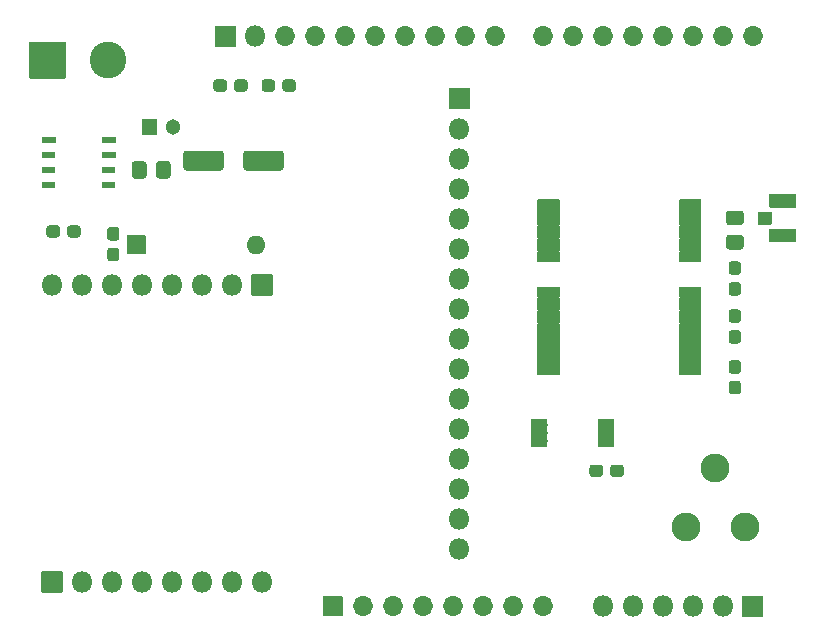
<source format=gbr>
G04 #@! TF.GenerationSoftware,KiCad,Pcbnew,(5.1.7)-1*
G04 #@! TF.CreationDate,2021-01-26T00:26:04+02:00*
G04 #@! TF.ProjectId,LORA,4c4f5241-2e6b-4696-9361-645f70636258,V 2.0*
G04 #@! TF.SameCoordinates,Original*
G04 #@! TF.FileFunction,Soldermask,Top*
G04 #@! TF.FilePolarity,Negative*
%FSLAX46Y46*%
G04 Gerber Fmt 4.6, Leading zero omitted, Abs format (unit mm)*
G04 Created by KiCad (PCBNEW (5.1.7)-1) date 2021-01-26 00:26:04*
%MOMM*%
%LPD*%
G01*
G04 APERTURE LIST*
%ADD10O,1.702000X1.702000*%
%ADD11O,1.802000X1.802000*%
%ADD12C,2.442000*%
%ADD13C,1.302000*%
%ADD14O,1.602000X1.602000*%
%ADD15C,3.102000*%
%ADD16C,0.100000*%
G04 APERTURE END LIST*
D10*
X173863000Y-66167000D03*
X176403000Y-66167000D03*
X136783000Y-66167000D03*
X176403000Y-114427000D03*
X139323000Y-66167000D03*
X173863000Y-114427000D03*
X141863000Y-66167000D03*
X171323000Y-114427000D03*
X144403000Y-66167000D03*
X168783000Y-114427000D03*
X146943000Y-66167000D03*
X166243000Y-114427000D03*
X149483000Y-66167000D03*
X163703000Y-114427000D03*
X152023000Y-66167000D03*
X158623000Y-114427000D03*
X154563000Y-66167000D03*
X156083000Y-114427000D03*
X158623000Y-66167000D03*
X153543000Y-114427000D03*
X161163000Y-66167000D03*
X151003000Y-114427000D03*
X163703000Y-66167000D03*
X148463000Y-114427000D03*
X166243000Y-66167000D03*
X145923000Y-114427000D03*
X168783000Y-66167000D03*
X143383000Y-114427000D03*
X171323000Y-66167000D03*
G36*
G01*
X140043000Y-113576000D02*
X141643000Y-113576000D01*
G75*
G02*
X141694000Y-113627000I0J-51000D01*
G01*
X141694000Y-115227000D01*
G75*
G02*
X141643000Y-115278000I-51000J0D01*
G01*
X140043000Y-115278000D01*
G75*
G02*
X139992000Y-115227000I0J51000D01*
G01*
X139992000Y-113627000D01*
G75*
G02*
X140043000Y-113576000I51000J0D01*
G01*
G37*
X134243000Y-66167000D03*
X131703000Y-66167000D03*
G36*
G01*
X116622200Y-82965400D02*
X116622200Y-82439400D01*
G75*
G02*
X116885200Y-82176400I263000J0D01*
G01*
X117511200Y-82176400D01*
G75*
G02*
X117774200Y-82439400I0J-263000D01*
G01*
X117774200Y-82965400D01*
G75*
G02*
X117511200Y-83228400I-263000J0D01*
G01*
X116885200Y-83228400D01*
G75*
G02*
X116622200Y-82965400I0J263000D01*
G01*
G37*
G36*
G01*
X118372200Y-82965400D02*
X118372200Y-82439400D01*
G75*
G02*
X118635200Y-82176400I263000J0D01*
G01*
X119261200Y-82176400D01*
G75*
G02*
X119524200Y-82439400I0J-263000D01*
G01*
X119524200Y-82965400D01*
G75*
G02*
X119261200Y-83228400I-263000J0D01*
G01*
X118635200Y-83228400D01*
G75*
G02*
X118372200Y-82965400I0J263000D01*
G01*
G37*
G36*
G01*
X160076400Y-94052200D02*
X160076400Y-94852200D01*
G75*
G02*
X160025400Y-94903200I-51000J0D01*
G01*
X158225400Y-94903200D01*
G75*
G02*
X158174400Y-94852200I0J51000D01*
G01*
X158174400Y-94052200D01*
G75*
G02*
X158225400Y-94001200I51000J0D01*
G01*
X160025400Y-94001200D01*
G75*
G02*
X160076400Y-94052200I0J-51000D01*
G01*
G37*
G36*
G01*
X160076400Y-92952200D02*
X160076400Y-93752200D01*
G75*
G02*
X160025400Y-93803200I-51000J0D01*
G01*
X158225400Y-93803200D01*
G75*
G02*
X158174400Y-93752200I0J51000D01*
G01*
X158174400Y-92952200D01*
G75*
G02*
X158225400Y-92901200I51000J0D01*
G01*
X160025400Y-92901200D01*
G75*
G02*
X160076400Y-92952200I0J-51000D01*
G01*
G37*
G36*
G01*
X160076400Y-91852200D02*
X160076400Y-92652200D01*
G75*
G02*
X160025400Y-92703200I-51000J0D01*
G01*
X158225400Y-92703200D01*
G75*
G02*
X158174400Y-92652200I0J51000D01*
G01*
X158174400Y-91852200D01*
G75*
G02*
X158225400Y-91801200I51000J0D01*
G01*
X160025400Y-91801200D01*
G75*
G02*
X160076400Y-91852200I0J-51000D01*
G01*
G37*
G36*
G01*
X160076400Y-90752200D02*
X160076400Y-91552200D01*
G75*
G02*
X160025400Y-91603200I-51000J0D01*
G01*
X158225400Y-91603200D01*
G75*
G02*
X158174400Y-91552200I0J51000D01*
G01*
X158174400Y-90752200D01*
G75*
G02*
X158225400Y-90701200I51000J0D01*
G01*
X160025400Y-90701200D01*
G75*
G02*
X160076400Y-90752200I0J-51000D01*
G01*
G37*
G36*
G01*
X160076400Y-89652200D02*
X160076400Y-90452200D01*
G75*
G02*
X160025400Y-90503200I-51000J0D01*
G01*
X158225400Y-90503200D01*
G75*
G02*
X158174400Y-90452200I0J51000D01*
G01*
X158174400Y-89652200D01*
G75*
G02*
X158225400Y-89601200I51000J0D01*
G01*
X160025400Y-89601200D01*
G75*
G02*
X160076400Y-89652200I0J-51000D01*
G01*
G37*
G36*
G01*
X160076400Y-88552200D02*
X160076400Y-89352200D01*
G75*
G02*
X160025400Y-89403200I-51000J0D01*
G01*
X158225400Y-89403200D01*
G75*
G02*
X158174400Y-89352200I0J51000D01*
G01*
X158174400Y-88552200D01*
G75*
G02*
X158225400Y-88501200I51000J0D01*
G01*
X160025400Y-88501200D01*
G75*
G02*
X160076400Y-88552200I0J-51000D01*
G01*
G37*
G36*
G01*
X160076400Y-87452200D02*
X160076400Y-88252200D01*
G75*
G02*
X160025400Y-88303200I-51000J0D01*
G01*
X158225400Y-88303200D01*
G75*
G02*
X158174400Y-88252200I0J51000D01*
G01*
X158174400Y-87452200D01*
G75*
G02*
X158225400Y-87401200I51000J0D01*
G01*
X160025400Y-87401200D01*
G75*
G02*
X160076400Y-87452200I0J-51000D01*
G01*
G37*
G36*
G01*
X160076400Y-84452200D02*
X160076400Y-85252200D01*
G75*
G02*
X160025400Y-85303200I-51000J0D01*
G01*
X158225400Y-85303200D01*
G75*
G02*
X158174400Y-85252200I0J51000D01*
G01*
X158174400Y-84452200D01*
G75*
G02*
X158225400Y-84401200I51000J0D01*
G01*
X160025400Y-84401200D01*
G75*
G02*
X160076400Y-84452200I0J-51000D01*
G01*
G37*
G36*
G01*
X160076400Y-83352200D02*
X160076400Y-84152200D01*
G75*
G02*
X160025400Y-84203200I-51000J0D01*
G01*
X158225400Y-84203200D01*
G75*
G02*
X158174400Y-84152200I0J51000D01*
G01*
X158174400Y-83352200D01*
G75*
G02*
X158225400Y-83301200I51000J0D01*
G01*
X160025400Y-83301200D01*
G75*
G02*
X160076400Y-83352200I0J-51000D01*
G01*
G37*
G36*
G01*
X160076400Y-82252200D02*
X160076400Y-83052200D01*
G75*
G02*
X160025400Y-83103200I-51000J0D01*
G01*
X158225400Y-83103200D01*
G75*
G02*
X158174400Y-83052200I0J51000D01*
G01*
X158174400Y-82252200D01*
G75*
G02*
X158225400Y-82201200I51000J0D01*
G01*
X160025400Y-82201200D01*
G75*
G02*
X160076400Y-82252200I0J-51000D01*
G01*
G37*
G36*
G01*
X160076400Y-81152200D02*
X160076400Y-81952200D01*
G75*
G02*
X160025400Y-82003200I-51000J0D01*
G01*
X158225400Y-82003200D01*
G75*
G02*
X158174400Y-81952200I0J51000D01*
G01*
X158174400Y-81152200D01*
G75*
G02*
X158225400Y-81101200I51000J0D01*
G01*
X160025400Y-81101200D01*
G75*
G02*
X160076400Y-81152200I0J-51000D01*
G01*
G37*
G36*
G01*
X160076400Y-80052200D02*
X160076400Y-80852200D01*
G75*
G02*
X160025400Y-80903200I-51000J0D01*
G01*
X158225400Y-80903200D01*
G75*
G02*
X158174400Y-80852200I0J51000D01*
G01*
X158174400Y-80052200D01*
G75*
G02*
X158225400Y-80001200I51000J0D01*
G01*
X160025400Y-80001200D01*
G75*
G02*
X160076400Y-80052200I0J-51000D01*
G01*
G37*
G36*
G01*
X172076400Y-80052200D02*
X172076400Y-80852200D01*
G75*
G02*
X172025400Y-80903200I-51000J0D01*
G01*
X170225400Y-80903200D01*
G75*
G02*
X170174400Y-80852200I0J51000D01*
G01*
X170174400Y-80052200D01*
G75*
G02*
X170225400Y-80001200I51000J0D01*
G01*
X172025400Y-80001200D01*
G75*
G02*
X172076400Y-80052200I0J-51000D01*
G01*
G37*
G36*
G01*
X172076400Y-81152200D02*
X172076400Y-81952200D01*
G75*
G02*
X172025400Y-82003200I-51000J0D01*
G01*
X170225400Y-82003200D01*
G75*
G02*
X170174400Y-81952200I0J51000D01*
G01*
X170174400Y-81152200D01*
G75*
G02*
X170225400Y-81101200I51000J0D01*
G01*
X172025400Y-81101200D01*
G75*
G02*
X172076400Y-81152200I0J-51000D01*
G01*
G37*
G36*
G01*
X172076400Y-82252200D02*
X172076400Y-83052200D01*
G75*
G02*
X172025400Y-83103200I-51000J0D01*
G01*
X170225400Y-83103200D01*
G75*
G02*
X170174400Y-83052200I0J51000D01*
G01*
X170174400Y-82252200D01*
G75*
G02*
X170225400Y-82201200I51000J0D01*
G01*
X172025400Y-82201200D01*
G75*
G02*
X172076400Y-82252200I0J-51000D01*
G01*
G37*
G36*
G01*
X172076400Y-83352200D02*
X172076400Y-84152200D01*
G75*
G02*
X172025400Y-84203200I-51000J0D01*
G01*
X170225400Y-84203200D01*
G75*
G02*
X170174400Y-84152200I0J51000D01*
G01*
X170174400Y-83352200D01*
G75*
G02*
X170225400Y-83301200I51000J0D01*
G01*
X172025400Y-83301200D01*
G75*
G02*
X172076400Y-83352200I0J-51000D01*
G01*
G37*
G36*
G01*
X172076400Y-84452200D02*
X172076400Y-85252200D01*
G75*
G02*
X172025400Y-85303200I-51000J0D01*
G01*
X170225400Y-85303200D01*
G75*
G02*
X170174400Y-85252200I0J51000D01*
G01*
X170174400Y-84452200D01*
G75*
G02*
X170225400Y-84401200I51000J0D01*
G01*
X172025400Y-84401200D01*
G75*
G02*
X172076400Y-84452200I0J-51000D01*
G01*
G37*
G36*
G01*
X172076400Y-87452200D02*
X172076400Y-88252200D01*
G75*
G02*
X172025400Y-88303200I-51000J0D01*
G01*
X170225400Y-88303200D01*
G75*
G02*
X170174400Y-88252200I0J51000D01*
G01*
X170174400Y-87452200D01*
G75*
G02*
X170225400Y-87401200I51000J0D01*
G01*
X172025400Y-87401200D01*
G75*
G02*
X172076400Y-87452200I0J-51000D01*
G01*
G37*
G36*
G01*
X172076400Y-88552200D02*
X172076400Y-89352200D01*
G75*
G02*
X172025400Y-89403200I-51000J0D01*
G01*
X170225400Y-89403200D01*
G75*
G02*
X170174400Y-89352200I0J51000D01*
G01*
X170174400Y-88552200D01*
G75*
G02*
X170225400Y-88501200I51000J0D01*
G01*
X172025400Y-88501200D01*
G75*
G02*
X172076400Y-88552200I0J-51000D01*
G01*
G37*
G36*
G01*
X172076400Y-89652200D02*
X172076400Y-90452200D01*
G75*
G02*
X172025400Y-90503200I-51000J0D01*
G01*
X170225400Y-90503200D01*
G75*
G02*
X170174400Y-90452200I0J51000D01*
G01*
X170174400Y-89652200D01*
G75*
G02*
X170225400Y-89601200I51000J0D01*
G01*
X172025400Y-89601200D01*
G75*
G02*
X172076400Y-89652200I0J-51000D01*
G01*
G37*
G36*
G01*
X172076400Y-90752200D02*
X172076400Y-91552200D01*
G75*
G02*
X172025400Y-91603200I-51000J0D01*
G01*
X170225400Y-91603200D01*
G75*
G02*
X170174400Y-91552200I0J51000D01*
G01*
X170174400Y-90752200D01*
G75*
G02*
X170225400Y-90701200I51000J0D01*
G01*
X172025400Y-90701200D01*
G75*
G02*
X172076400Y-90752200I0J-51000D01*
G01*
G37*
G36*
G01*
X172076400Y-91852200D02*
X172076400Y-92652200D01*
G75*
G02*
X172025400Y-92703200I-51000J0D01*
G01*
X170225400Y-92703200D01*
G75*
G02*
X170174400Y-92652200I0J51000D01*
G01*
X170174400Y-91852200D01*
G75*
G02*
X170225400Y-91801200I51000J0D01*
G01*
X172025400Y-91801200D01*
G75*
G02*
X172076400Y-91852200I0J-51000D01*
G01*
G37*
G36*
G01*
X172076400Y-92952200D02*
X172076400Y-93752200D01*
G75*
G02*
X172025400Y-93803200I-51000J0D01*
G01*
X170225400Y-93803200D01*
G75*
G02*
X170174400Y-93752200I0J51000D01*
G01*
X170174400Y-92952200D01*
G75*
G02*
X170225400Y-92901200I51000J0D01*
G01*
X172025400Y-92901200D01*
G75*
G02*
X172076400Y-92952200I0J-51000D01*
G01*
G37*
G36*
G01*
X172076400Y-94052200D02*
X172076400Y-94852200D01*
G75*
G02*
X172025400Y-94903200I-51000J0D01*
G01*
X170225400Y-94903200D01*
G75*
G02*
X170174400Y-94852200I0J51000D01*
G01*
X170174400Y-94052200D01*
G75*
G02*
X170225400Y-94001200I51000J0D01*
G01*
X172025400Y-94001200D01*
G75*
G02*
X172076400Y-94052200I0J-51000D01*
G01*
G37*
D11*
X134289800Y-66192400D03*
G36*
G01*
X132599800Y-67093400D02*
X130899800Y-67093400D01*
G75*
G02*
X130848800Y-67042400I0J51000D01*
G01*
X130848800Y-65342400D01*
G75*
G02*
X130899800Y-65291400I51000J0D01*
G01*
X132599800Y-65291400D01*
G75*
G02*
X132650800Y-65342400I0J-51000D01*
G01*
X132650800Y-67042400D01*
G75*
G02*
X132599800Y-67093400I-51000J0D01*
G01*
G37*
X163703000Y-114452400D03*
X166243000Y-114452400D03*
X168783000Y-114452400D03*
X171323000Y-114452400D03*
X173863000Y-114452400D03*
G36*
G01*
X175553000Y-113551400D02*
X177253000Y-113551400D01*
G75*
G02*
X177304000Y-113602400I0J-51000D01*
G01*
X177304000Y-115302400D01*
G75*
G02*
X177253000Y-115353400I-51000J0D01*
G01*
X175553000Y-115353400D01*
G75*
G02*
X175502000Y-115302400I0J51000D01*
G01*
X175502000Y-113602400D01*
G75*
G02*
X175553000Y-113551400I51000J0D01*
G01*
G37*
X151587200Y-109575600D03*
X151587200Y-107035600D03*
X151587200Y-104495600D03*
X151587200Y-101955600D03*
X151587200Y-99415600D03*
X151587200Y-96875600D03*
X151587200Y-94335600D03*
X151587200Y-91795600D03*
X151587200Y-89255600D03*
X151587200Y-86715600D03*
X151587200Y-84175600D03*
X151587200Y-81635600D03*
X151587200Y-79095600D03*
X151587200Y-76555600D03*
X151587200Y-74015600D03*
G36*
G01*
X150686200Y-72325600D02*
X150686200Y-70625600D01*
G75*
G02*
X150737200Y-70574600I51000J0D01*
G01*
X152437200Y-70574600D01*
G75*
G02*
X152488200Y-70625600I0J-51000D01*
G01*
X152488200Y-72325600D01*
G75*
G02*
X152437200Y-72376600I-51000J0D01*
G01*
X150737200Y-72376600D01*
G75*
G02*
X150686200Y-72325600I0J51000D01*
G01*
G37*
G36*
G01*
X159039000Y-100551200D02*
X159039000Y-100941200D01*
G75*
G02*
X158988000Y-100992200I-51000J0D01*
G01*
X157698000Y-100992200D01*
G75*
G02*
X157647000Y-100941200I0J51000D01*
G01*
X157647000Y-100551200D01*
G75*
G02*
X157698000Y-100500200I51000J0D01*
G01*
X158988000Y-100500200D01*
G75*
G02*
X159039000Y-100551200I0J-51000D01*
G01*
G37*
G36*
G01*
X159039000Y-99901200D02*
X159039000Y-100291200D01*
G75*
G02*
X158988000Y-100342200I-51000J0D01*
G01*
X157698000Y-100342200D01*
G75*
G02*
X157647000Y-100291200I0J51000D01*
G01*
X157647000Y-99901200D01*
G75*
G02*
X157698000Y-99850200I51000J0D01*
G01*
X158988000Y-99850200D01*
G75*
G02*
X159039000Y-99901200I0J-51000D01*
G01*
G37*
G36*
G01*
X159039000Y-99251200D02*
X159039000Y-99641200D01*
G75*
G02*
X158988000Y-99692200I-51000J0D01*
G01*
X157698000Y-99692200D01*
G75*
G02*
X157647000Y-99641200I0J51000D01*
G01*
X157647000Y-99251200D01*
G75*
G02*
X157698000Y-99200200I51000J0D01*
G01*
X158988000Y-99200200D01*
G75*
G02*
X159039000Y-99251200I0J-51000D01*
G01*
G37*
G36*
G01*
X159039000Y-98601200D02*
X159039000Y-98991200D01*
G75*
G02*
X158988000Y-99042200I-51000J0D01*
G01*
X157698000Y-99042200D01*
G75*
G02*
X157647000Y-98991200I0J51000D01*
G01*
X157647000Y-98601200D01*
G75*
G02*
X157698000Y-98550200I51000J0D01*
G01*
X158988000Y-98550200D01*
G75*
G02*
X159039000Y-98601200I0J-51000D01*
G01*
G37*
G36*
G01*
X164679000Y-98601200D02*
X164679000Y-98991200D01*
G75*
G02*
X164628000Y-99042200I-51000J0D01*
G01*
X163338000Y-99042200D01*
G75*
G02*
X163287000Y-98991200I0J51000D01*
G01*
X163287000Y-98601200D01*
G75*
G02*
X163338000Y-98550200I51000J0D01*
G01*
X164628000Y-98550200D01*
G75*
G02*
X164679000Y-98601200I0J-51000D01*
G01*
G37*
G36*
G01*
X164679000Y-99251200D02*
X164679000Y-99641200D01*
G75*
G02*
X164628000Y-99692200I-51000J0D01*
G01*
X163338000Y-99692200D01*
G75*
G02*
X163287000Y-99641200I0J51000D01*
G01*
X163287000Y-99251200D01*
G75*
G02*
X163338000Y-99200200I51000J0D01*
G01*
X164628000Y-99200200D01*
G75*
G02*
X164679000Y-99251200I0J-51000D01*
G01*
G37*
G36*
G01*
X164679000Y-99901200D02*
X164679000Y-100291200D01*
G75*
G02*
X164628000Y-100342200I-51000J0D01*
G01*
X163338000Y-100342200D01*
G75*
G02*
X163287000Y-100291200I0J51000D01*
G01*
X163287000Y-99901200D01*
G75*
G02*
X163338000Y-99850200I51000J0D01*
G01*
X164628000Y-99850200D01*
G75*
G02*
X164679000Y-99901200I0J-51000D01*
G01*
G37*
G36*
G01*
X164679000Y-100551200D02*
X164679000Y-100941200D01*
G75*
G02*
X164628000Y-100992200I-51000J0D01*
G01*
X163338000Y-100992200D01*
G75*
G02*
X163287000Y-100941200I0J51000D01*
G01*
X163287000Y-100551200D01*
G75*
G02*
X163338000Y-100500200I51000J0D01*
G01*
X164628000Y-100500200D01*
G75*
G02*
X164679000Y-100551200I0J-51000D01*
G01*
G37*
D12*
X170764200Y-107772200D03*
X173264200Y-102772200D03*
X175764200Y-107772200D03*
G36*
G01*
X131908000Y-70095000D02*
X131908000Y-70621000D01*
G75*
G02*
X131645000Y-70884000I-263000J0D01*
G01*
X131019000Y-70884000D01*
G75*
G02*
X130756000Y-70621000I0J263000D01*
G01*
X130756000Y-70095000D01*
G75*
G02*
X131019000Y-69832000I263000J0D01*
G01*
X131645000Y-69832000D01*
G75*
G02*
X131908000Y-70095000I0J-263000D01*
G01*
G37*
G36*
G01*
X133658000Y-70095000D02*
X133658000Y-70621000D01*
G75*
G02*
X133395000Y-70884000I-263000J0D01*
G01*
X132769000Y-70884000D01*
G75*
G02*
X132506000Y-70621000I0J263000D01*
G01*
X132506000Y-70095000D01*
G75*
G02*
X132769000Y-69832000I263000J0D01*
G01*
X133395000Y-69832000D01*
G75*
G02*
X133658000Y-70095000I0J-263000D01*
G01*
G37*
G36*
G01*
X136584000Y-70621000D02*
X136584000Y-70095000D01*
G75*
G02*
X136847000Y-69832000I263000J0D01*
G01*
X137473000Y-69832000D01*
G75*
G02*
X137736000Y-70095000I0J-263000D01*
G01*
X137736000Y-70621000D01*
G75*
G02*
X137473000Y-70884000I-263000J0D01*
G01*
X136847000Y-70884000D01*
G75*
G02*
X136584000Y-70621000I0J263000D01*
G01*
G37*
G36*
G01*
X134834000Y-70621000D02*
X134834000Y-70095000D01*
G75*
G02*
X135097000Y-69832000I263000J0D01*
G01*
X135723000Y-69832000D01*
G75*
G02*
X135986000Y-70095000I0J-263000D01*
G01*
X135986000Y-70621000D01*
G75*
G02*
X135723000Y-70884000I-263000J0D01*
G01*
X135097000Y-70884000D01*
G75*
G02*
X134834000Y-70621000I0J263000D01*
G01*
G37*
G36*
G01*
X175167400Y-94759200D02*
X174641400Y-94759200D01*
G75*
G02*
X174378400Y-94496200I0J263000D01*
G01*
X174378400Y-93870200D01*
G75*
G02*
X174641400Y-93607200I263000J0D01*
G01*
X175167400Y-93607200D01*
G75*
G02*
X175430400Y-93870200I0J-263000D01*
G01*
X175430400Y-94496200D01*
G75*
G02*
X175167400Y-94759200I-263000J0D01*
G01*
G37*
G36*
G01*
X175167400Y-96509200D02*
X174641400Y-96509200D01*
G75*
G02*
X174378400Y-96246200I0J263000D01*
G01*
X174378400Y-95620200D01*
G75*
G02*
X174641400Y-95357200I263000J0D01*
G01*
X175167400Y-95357200D01*
G75*
G02*
X175430400Y-95620200I0J-263000D01*
G01*
X175430400Y-96246200D01*
G75*
G02*
X175167400Y-96509200I-263000J0D01*
G01*
G37*
G36*
G01*
X164346200Y-103234600D02*
X164346200Y-102708600D01*
G75*
G02*
X164609200Y-102445600I263000J0D01*
G01*
X165235200Y-102445600D01*
G75*
G02*
X165498200Y-102708600I0J-263000D01*
G01*
X165498200Y-103234600D01*
G75*
G02*
X165235200Y-103497600I-263000J0D01*
G01*
X164609200Y-103497600D01*
G75*
G02*
X164346200Y-103234600I0J263000D01*
G01*
G37*
G36*
G01*
X162596200Y-103234600D02*
X162596200Y-102708600D01*
G75*
G02*
X162859200Y-102445600I263000J0D01*
G01*
X163485200Y-102445600D01*
G75*
G02*
X163748200Y-102708600I0J-263000D01*
G01*
X163748200Y-103234600D01*
G75*
G02*
X163485200Y-103497600I-263000J0D01*
G01*
X162859200Y-103497600D01*
G75*
G02*
X162596200Y-103234600I0J263000D01*
G01*
G37*
G36*
G01*
X177818400Y-80634800D02*
X177818400Y-79584800D01*
G75*
G02*
X177869400Y-79533800I51000J0D01*
G01*
X180069400Y-79533800D01*
G75*
G02*
X180120400Y-79584800I0J-51000D01*
G01*
X180120400Y-80634800D01*
G75*
G02*
X180069400Y-80685800I-51000J0D01*
G01*
X177869400Y-80685800D01*
G75*
G02*
X177818400Y-80634800I0J51000D01*
G01*
G37*
G36*
G01*
X176868400Y-82084800D02*
X176868400Y-81084800D01*
G75*
G02*
X176919400Y-81033800I51000J0D01*
G01*
X177969400Y-81033800D01*
G75*
G02*
X178020400Y-81084800I0J-51000D01*
G01*
X178020400Y-82084800D01*
G75*
G02*
X177969400Y-82135800I-51000J0D01*
G01*
X176919400Y-82135800D01*
G75*
G02*
X176868400Y-82084800I0J51000D01*
G01*
G37*
G36*
G01*
X177818400Y-83584800D02*
X177818400Y-82534800D01*
G75*
G02*
X177869400Y-82483800I51000J0D01*
G01*
X180069400Y-82483800D01*
G75*
G02*
X180120400Y-82534800I0J-51000D01*
G01*
X180120400Y-83584800D01*
G75*
G02*
X180069400Y-83635800I-51000J0D01*
G01*
X177869400Y-83635800D01*
G75*
G02*
X177818400Y-83584800I0J51000D01*
G01*
G37*
G36*
G01*
X175167400Y-90455200D02*
X174641400Y-90455200D01*
G75*
G02*
X174378400Y-90192200I0J263000D01*
G01*
X174378400Y-89566200D01*
G75*
G02*
X174641400Y-89303200I263000J0D01*
G01*
X175167400Y-89303200D01*
G75*
G02*
X175430400Y-89566200I0J-263000D01*
G01*
X175430400Y-90192200D01*
G75*
G02*
X175167400Y-90455200I-263000J0D01*
G01*
G37*
G36*
G01*
X175167400Y-92205200D02*
X174641400Y-92205200D01*
G75*
G02*
X174378400Y-91942200I0J263000D01*
G01*
X174378400Y-91316200D01*
G75*
G02*
X174641400Y-91053200I263000J0D01*
G01*
X175167400Y-91053200D01*
G75*
G02*
X175430400Y-91316200I0J-263000D01*
G01*
X175430400Y-91942200D01*
G75*
G02*
X175167400Y-92205200I-263000J0D01*
G01*
G37*
G36*
G01*
X175167400Y-86391200D02*
X174641400Y-86391200D01*
G75*
G02*
X174378400Y-86128200I0J263000D01*
G01*
X174378400Y-85502200D01*
G75*
G02*
X174641400Y-85239200I263000J0D01*
G01*
X175167400Y-85239200D01*
G75*
G02*
X175430400Y-85502200I0J-263000D01*
G01*
X175430400Y-86128200D01*
G75*
G02*
X175167400Y-86391200I-263000J0D01*
G01*
G37*
G36*
G01*
X175167400Y-88141200D02*
X174641400Y-88141200D01*
G75*
G02*
X174378400Y-87878200I0J263000D01*
G01*
X174378400Y-87252200D01*
G75*
G02*
X174641400Y-86989200I263000J0D01*
G01*
X175167400Y-86989200D01*
G75*
G02*
X175430400Y-87252200I0J-263000D01*
G01*
X175430400Y-87878200D01*
G75*
G02*
X175167400Y-88141200I-263000J0D01*
G01*
G37*
G36*
G01*
X122538600Y-83484200D02*
X122012600Y-83484200D01*
G75*
G02*
X121749600Y-83221200I0J263000D01*
G01*
X121749600Y-82595200D01*
G75*
G02*
X122012600Y-82332200I263000J0D01*
G01*
X122538600Y-82332200D01*
G75*
G02*
X122801600Y-82595200I0J-263000D01*
G01*
X122801600Y-83221200D01*
G75*
G02*
X122538600Y-83484200I-263000J0D01*
G01*
G37*
G36*
G01*
X122538600Y-85234200D02*
X122012600Y-85234200D01*
G75*
G02*
X121749600Y-84971200I0J263000D01*
G01*
X121749600Y-84345200D01*
G75*
G02*
X122012600Y-84082200I263000J0D01*
G01*
X122538600Y-84082200D01*
G75*
G02*
X122801600Y-84345200I0J-263000D01*
G01*
X122801600Y-84971200D01*
G75*
G02*
X122538600Y-85234200I-263000J0D01*
G01*
G37*
G36*
G01*
X174425572Y-82983400D02*
X175383228Y-82983400D01*
G75*
G02*
X175655400Y-83255572I0J-272172D01*
G01*
X175655400Y-83963228D01*
G75*
G02*
X175383228Y-84235400I-272172J0D01*
G01*
X174425572Y-84235400D01*
G75*
G02*
X174153400Y-83963228I0J272172D01*
G01*
X174153400Y-83255572D01*
G75*
G02*
X174425572Y-82983400I272172J0D01*
G01*
G37*
G36*
G01*
X174425572Y-80933400D02*
X175383228Y-80933400D01*
G75*
G02*
X175655400Y-81205572I0J-272172D01*
G01*
X175655400Y-81913228D01*
G75*
G02*
X175383228Y-82185400I-272172J0D01*
G01*
X174425572Y-82185400D01*
G75*
G02*
X174153400Y-81913228I0J272172D01*
G01*
X174153400Y-81205572D01*
G75*
G02*
X174425572Y-80933400I272172J0D01*
G01*
G37*
D11*
X134874000Y-112395000D03*
X132334000Y-112395000D03*
X129794000Y-112395000D03*
X127254000Y-112395000D03*
X124714000Y-112395000D03*
X122174000Y-112395000D03*
X119634000Y-112395000D03*
G36*
G01*
X117944000Y-113296000D02*
X116244000Y-113296000D01*
G75*
G02*
X116193000Y-113245000I0J51000D01*
G01*
X116193000Y-111545000D01*
G75*
G02*
X116244000Y-111494000I51000J0D01*
G01*
X117944000Y-111494000D01*
G75*
G02*
X117995000Y-111545000I0J-51000D01*
G01*
X117995000Y-113245000D01*
G75*
G02*
X117944000Y-113296000I-51000J0D01*
G01*
G37*
X117094000Y-87249000D03*
X119634000Y-87249000D03*
X122174000Y-87249000D03*
X124714000Y-87249000D03*
X127254000Y-87249000D03*
X129794000Y-87249000D03*
X132334000Y-87249000D03*
G36*
G01*
X134024000Y-86348000D02*
X135724000Y-86348000D01*
G75*
G02*
X135775000Y-86399000I0J-51000D01*
G01*
X135775000Y-88099000D01*
G75*
G02*
X135724000Y-88150000I-51000J0D01*
G01*
X134024000Y-88150000D01*
G75*
G02*
X133973000Y-88099000I0J51000D01*
G01*
X133973000Y-86399000D01*
G75*
G02*
X134024000Y-86348000I51000J0D01*
G01*
G37*
G36*
G01*
X124679200Y-74463201D02*
X124679200Y-73263199D01*
G75*
G02*
X124730199Y-73212200I50999J0D01*
G01*
X125930201Y-73212200D01*
G75*
G02*
X125981200Y-73263199I0J-50999D01*
G01*
X125981200Y-74463201D01*
G75*
G02*
X125930201Y-74514200I-50999J0D01*
G01*
X124730199Y-74514200D01*
G75*
G02*
X124679200Y-74463201I0J50999D01*
G01*
G37*
D13*
X127330200Y-73863200D03*
G36*
G01*
X128207500Y-77293063D02*
X128207500Y-76122937D01*
G75*
G02*
X128473437Y-75857000I265937J0D01*
G01*
X131368563Y-75857000D01*
G75*
G02*
X131634500Y-76122937I0J-265937D01*
G01*
X131634500Y-77293063D01*
G75*
G02*
X131368563Y-77559000I-265937J0D01*
G01*
X128473437Y-77559000D01*
G75*
G02*
X128207500Y-77293063I0J265937D01*
G01*
G37*
G36*
G01*
X133282500Y-77293063D02*
X133282500Y-76122937D01*
G75*
G02*
X133548437Y-75857000I265937J0D01*
G01*
X136443563Y-75857000D01*
G75*
G02*
X136709500Y-76122937I0J-265937D01*
G01*
X136709500Y-77293063D01*
G75*
G02*
X136443563Y-77559000I-265937J0D01*
G01*
X133548437Y-77559000D01*
G75*
G02*
X133282500Y-77293063I0J265937D01*
G01*
G37*
G36*
G01*
X123430400Y-84595400D02*
X123430400Y-83095400D01*
G75*
G02*
X123481400Y-83044400I51000J0D01*
G01*
X124981400Y-83044400D01*
G75*
G02*
X125032400Y-83095400I0J-51000D01*
G01*
X125032400Y-84595400D01*
G75*
G02*
X124981400Y-84646400I-51000J0D01*
G01*
X123481400Y-84646400D01*
G75*
G02*
X123430400Y-84595400I0J51000D01*
G01*
G37*
D14*
X134391400Y-83845400D03*
G36*
G01*
X115162000Y-69724400D02*
X115162000Y-66724400D01*
G75*
G02*
X115213000Y-66673400I51000J0D01*
G01*
X118213000Y-66673400D01*
G75*
G02*
X118264000Y-66724400I0J-51000D01*
G01*
X118264000Y-69724400D01*
G75*
G02*
X118213000Y-69775400I-51000J0D01*
G01*
X115213000Y-69775400D01*
G75*
G02*
X115162000Y-69724400I0J51000D01*
G01*
G37*
D15*
X121793000Y-68224400D03*
G36*
G01*
X123841400Y-77974228D02*
X123841400Y-77016572D01*
G75*
G02*
X124113572Y-76744400I272172J0D01*
G01*
X124821228Y-76744400D01*
G75*
G02*
X125093400Y-77016572I0J-272172D01*
G01*
X125093400Y-77974228D01*
G75*
G02*
X124821228Y-78246400I-272172J0D01*
G01*
X124113572Y-78246400D01*
G75*
G02*
X123841400Y-77974228I0J272172D01*
G01*
G37*
G36*
G01*
X125891400Y-77974228D02*
X125891400Y-77016572D01*
G75*
G02*
X126163572Y-76744400I272172J0D01*
G01*
X126871228Y-76744400D01*
G75*
G02*
X127143400Y-77016572I0J-272172D01*
G01*
X127143400Y-77974228D01*
G75*
G02*
X126871228Y-78246400I-272172J0D01*
G01*
X126163572Y-78246400D01*
G75*
G02*
X125891400Y-77974228I0J272172D01*
G01*
G37*
D16*
G36*
X122451300Y-78514400D02*
G01*
X122451300Y-79026400D01*
X121324300Y-79026400D01*
X121324300Y-78514400D01*
X122451300Y-78514400D01*
G37*
G36*
X122451300Y-77244400D02*
G01*
X122451300Y-77756400D01*
X121324300Y-77756400D01*
X121324300Y-77244400D01*
X122451300Y-77244400D01*
G37*
G36*
X122471300Y-75974400D02*
G01*
X122471300Y-76486400D01*
X121344300Y-76486400D01*
X121344300Y-75974400D01*
X122471300Y-75974400D01*
G37*
G36*
X122471300Y-74704400D02*
G01*
X122471300Y-75216400D01*
X121344300Y-75216400D01*
X121344300Y-74704400D01*
X122471300Y-74704400D01*
G37*
G36*
X117381300Y-78514400D02*
G01*
X117381300Y-79026400D01*
X116254300Y-79026400D01*
X116254300Y-78514400D01*
X117381300Y-78514400D01*
G37*
G36*
X117381300Y-77244400D02*
G01*
X117381300Y-77756400D01*
X116254300Y-77756400D01*
X116254300Y-77244400D01*
X117381300Y-77244400D01*
G37*
G36*
X117381300Y-75974400D02*
G01*
X117381300Y-76486400D01*
X116254300Y-76486400D01*
X116254300Y-75974400D01*
X117381300Y-75974400D01*
G37*
G36*
X117391300Y-74704400D02*
G01*
X117391300Y-75216400D01*
X116264300Y-75216400D01*
X116264300Y-74704400D01*
X117391300Y-74704400D01*
G37*
G36*
X164680732Y-100341200D02*
G01*
X164681000Y-100342200D01*
X164681000Y-100500200D01*
X164680000Y-100501932D01*
X164679000Y-100502200D01*
X163287000Y-100502200D01*
X163285268Y-100501200D01*
X163285000Y-100500200D01*
X163285000Y-100342200D01*
X163286000Y-100340468D01*
X163287000Y-100340200D01*
X164679000Y-100340200D01*
X164680732Y-100341200D01*
G37*
G36*
X159040732Y-100341200D02*
G01*
X159041000Y-100342200D01*
X159041000Y-100500200D01*
X159040000Y-100501932D01*
X159039000Y-100502200D01*
X157647000Y-100502200D01*
X157645268Y-100501200D01*
X157645000Y-100500200D01*
X157645000Y-100342200D01*
X157646000Y-100340468D01*
X157647000Y-100340200D01*
X159039000Y-100340200D01*
X159040732Y-100341200D01*
G37*
G36*
X159040732Y-99691200D02*
G01*
X159041000Y-99692200D01*
X159041000Y-99850200D01*
X159040000Y-99851932D01*
X159039000Y-99852200D01*
X157647000Y-99852200D01*
X157645268Y-99851200D01*
X157645000Y-99850200D01*
X157645000Y-99692200D01*
X157646000Y-99690468D01*
X157647000Y-99690200D01*
X159039000Y-99690200D01*
X159040732Y-99691200D01*
G37*
G36*
X164680732Y-99691200D02*
G01*
X164681000Y-99692200D01*
X164681000Y-99850200D01*
X164680000Y-99851932D01*
X164679000Y-99852200D01*
X163287000Y-99852200D01*
X163285268Y-99851200D01*
X163285000Y-99850200D01*
X163285000Y-99692200D01*
X163286000Y-99690468D01*
X163287000Y-99690200D01*
X164679000Y-99690200D01*
X164680732Y-99691200D01*
G37*
G36*
X159040732Y-99041200D02*
G01*
X159041000Y-99042200D01*
X159041000Y-99200200D01*
X159040000Y-99201932D01*
X159039000Y-99202200D01*
X157647000Y-99202200D01*
X157645268Y-99201200D01*
X157645000Y-99200200D01*
X157645000Y-99042200D01*
X157646000Y-99040468D01*
X157647000Y-99040200D01*
X159039000Y-99040200D01*
X159040732Y-99041200D01*
G37*
G36*
X164680732Y-99041200D02*
G01*
X164681000Y-99042200D01*
X164681000Y-99200200D01*
X164680000Y-99201932D01*
X164679000Y-99202200D01*
X163287000Y-99202200D01*
X163285268Y-99201200D01*
X163285000Y-99200200D01*
X163285000Y-99042200D01*
X163286000Y-99040468D01*
X163287000Y-99040200D01*
X164679000Y-99040200D01*
X164680732Y-99041200D01*
G37*
G36*
X160078132Y-93802200D02*
G01*
X160078400Y-93803200D01*
X160078400Y-94001200D01*
X160077400Y-94002932D01*
X160076400Y-94003200D01*
X158174400Y-94003200D01*
X158172668Y-94002200D01*
X158172400Y-94001200D01*
X158172400Y-93803200D01*
X158173400Y-93801468D01*
X158174400Y-93801200D01*
X160076400Y-93801200D01*
X160078132Y-93802200D01*
G37*
G36*
X172078132Y-93802200D02*
G01*
X172078400Y-93803200D01*
X172078400Y-94001200D01*
X172077400Y-94002932D01*
X172076400Y-94003200D01*
X170174400Y-94003200D01*
X170172668Y-94002200D01*
X170172400Y-94001200D01*
X170172400Y-93803200D01*
X170173400Y-93801468D01*
X170174400Y-93801200D01*
X172076400Y-93801200D01*
X172078132Y-93802200D01*
G37*
G36*
X160078132Y-92702200D02*
G01*
X160078400Y-92703200D01*
X160078400Y-92901200D01*
X160077400Y-92902932D01*
X160076400Y-92903200D01*
X158174400Y-92903200D01*
X158172668Y-92902200D01*
X158172400Y-92901200D01*
X158172400Y-92703200D01*
X158173400Y-92701468D01*
X158174400Y-92701200D01*
X160076400Y-92701200D01*
X160078132Y-92702200D01*
G37*
G36*
X172078132Y-92702200D02*
G01*
X172078400Y-92703200D01*
X172078400Y-92901200D01*
X172077400Y-92902932D01*
X172076400Y-92903200D01*
X170174400Y-92903200D01*
X170172668Y-92902200D01*
X170172400Y-92901200D01*
X170172400Y-92703200D01*
X170173400Y-92701468D01*
X170174400Y-92701200D01*
X172076400Y-92701200D01*
X172078132Y-92702200D01*
G37*
G36*
X160078132Y-91602200D02*
G01*
X160078400Y-91603200D01*
X160078400Y-91801200D01*
X160077400Y-91802932D01*
X160076400Y-91803200D01*
X158174400Y-91803200D01*
X158172668Y-91802200D01*
X158172400Y-91801200D01*
X158172400Y-91603200D01*
X158173400Y-91601468D01*
X158174400Y-91601200D01*
X160076400Y-91601200D01*
X160078132Y-91602200D01*
G37*
G36*
X172078132Y-91602200D02*
G01*
X172078400Y-91603200D01*
X172078400Y-91801200D01*
X172077400Y-91802932D01*
X172076400Y-91803200D01*
X170174400Y-91803200D01*
X170172668Y-91802200D01*
X170172400Y-91801200D01*
X170172400Y-91603200D01*
X170173400Y-91601468D01*
X170174400Y-91601200D01*
X172076400Y-91601200D01*
X172078132Y-91602200D01*
G37*
G36*
X160078132Y-90502200D02*
G01*
X160078400Y-90503200D01*
X160078400Y-90701200D01*
X160077400Y-90702932D01*
X160076400Y-90703200D01*
X158174400Y-90703200D01*
X158172668Y-90702200D01*
X158172400Y-90701200D01*
X158172400Y-90503200D01*
X158173400Y-90501468D01*
X158174400Y-90501200D01*
X160076400Y-90501200D01*
X160078132Y-90502200D01*
G37*
G36*
X172078132Y-90502200D02*
G01*
X172078400Y-90503200D01*
X172078400Y-90701200D01*
X172077400Y-90702932D01*
X172076400Y-90703200D01*
X170174400Y-90703200D01*
X170172668Y-90702200D01*
X170172400Y-90701200D01*
X170172400Y-90503200D01*
X170173400Y-90501468D01*
X170174400Y-90501200D01*
X172076400Y-90501200D01*
X172078132Y-90502200D01*
G37*
G36*
X160078132Y-89402200D02*
G01*
X160078400Y-89403200D01*
X160078400Y-89601200D01*
X160077400Y-89602932D01*
X160076400Y-89603200D01*
X158174400Y-89603200D01*
X158172668Y-89602200D01*
X158172400Y-89601200D01*
X158172400Y-89403200D01*
X158173400Y-89401468D01*
X158174400Y-89401200D01*
X160076400Y-89401200D01*
X160078132Y-89402200D01*
G37*
G36*
X172078132Y-89402200D02*
G01*
X172078400Y-89403200D01*
X172078400Y-89601200D01*
X172077400Y-89602932D01*
X172076400Y-89603200D01*
X170174400Y-89603200D01*
X170172668Y-89602200D01*
X170172400Y-89601200D01*
X170172400Y-89403200D01*
X170173400Y-89401468D01*
X170174400Y-89401200D01*
X172076400Y-89401200D01*
X172078132Y-89402200D01*
G37*
G36*
X160078132Y-88302200D02*
G01*
X160078400Y-88303200D01*
X160078400Y-88501200D01*
X160077400Y-88502932D01*
X160076400Y-88503200D01*
X158174400Y-88503200D01*
X158172668Y-88502200D01*
X158172400Y-88501200D01*
X158172400Y-88303200D01*
X158173400Y-88301468D01*
X158174400Y-88301200D01*
X160076400Y-88301200D01*
X160078132Y-88302200D01*
G37*
G36*
X172078132Y-88302200D02*
G01*
X172078400Y-88303200D01*
X172078400Y-88501200D01*
X172077400Y-88502932D01*
X172076400Y-88503200D01*
X170174400Y-88503200D01*
X170172668Y-88502200D01*
X170172400Y-88501200D01*
X170172400Y-88303200D01*
X170173400Y-88301468D01*
X170174400Y-88301200D01*
X172076400Y-88301200D01*
X172078132Y-88302200D01*
G37*
G36*
X172078132Y-84202200D02*
G01*
X172078400Y-84203200D01*
X172078400Y-84401200D01*
X172077400Y-84402932D01*
X172076400Y-84403200D01*
X170174400Y-84403200D01*
X170172668Y-84402200D01*
X170172400Y-84401200D01*
X170172400Y-84203200D01*
X170173400Y-84201468D01*
X170174400Y-84201200D01*
X172076400Y-84201200D01*
X172078132Y-84202200D01*
G37*
G36*
X160078132Y-84202200D02*
G01*
X160078400Y-84203200D01*
X160078400Y-84401200D01*
X160077400Y-84402932D01*
X160076400Y-84403200D01*
X158174400Y-84403200D01*
X158172668Y-84402200D01*
X158172400Y-84401200D01*
X158172400Y-84203200D01*
X158173400Y-84201468D01*
X158174400Y-84201200D01*
X160076400Y-84201200D01*
X160078132Y-84202200D01*
G37*
G36*
X172078132Y-83102200D02*
G01*
X172078400Y-83103200D01*
X172078400Y-83301200D01*
X172077400Y-83302932D01*
X172076400Y-83303200D01*
X170174400Y-83303200D01*
X170172668Y-83302200D01*
X170172400Y-83301200D01*
X170172400Y-83103200D01*
X170173400Y-83101468D01*
X170174400Y-83101200D01*
X172076400Y-83101200D01*
X172078132Y-83102200D01*
G37*
G36*
X160078132Y-83102200D02*
G01*
X160078400Y-83103200D01*
X160078400Y-83301200D01*
X160077400Y-83302932D01*
X160076400Y-83303200D01*
X158174400Y-83303200D01*
X158172668Y-83302200D01*
X158172400Y-83301200D01*
X158172400Y-83103200D01*
X158173400Y-83101468D01*
X158174400Y-83101200D01*
X160076400Y-83101200D01*
X160078132Y-83102200D01*
G37*
G36*
X160078132Y-82002200D02*
G01*
X160078400Y-82003200D01*
X160078400Y-82201200D01*
X160077400Y-82202932D01*
X160076400Y-82203200D01*
X158174400Y-82203200D01*
X158172668Y-82202200D01*
X158172400Y-82201200D01*
X158172400Y-82003200D01*
X158173400Y-82001468D01*
X158174400Y-82001200D01*
X160076400Y-82001200D01*
X160078132Y-82002200D01*
G37*
G36*
X172078132Y-82002200D02*
G01*
X172078400Y-82003200D01*
X172078400Y-82201200D01*
X172077400Y-82202932D01*
X172076400Y-82203200D01*
X170174400Y-82203200D01*
X170172668Y-82202200D01*
X170172400Y-82201200D01*
X170172400Y-82003200D01*
X170173400Y-82001468D01*
X170174400Y-82001200D01*
X172076400Y-82001200D01*
X172078132Y-82002200D01*
G37*
G36*
X160078132Y-80902200D02*
G01*
X160078400Y-80903200D01*
X160078400Y-81101200D01*
X160077400Y-81102932D01*
X160076400Y-81103200D01*
X158174400Y-81103200D01*
X158172668Y-81102200D01*
X158172400Y-81101200D01*
X158172400Y-80903200D01*
X158173400Y-80901468D01*
X158174400Y-80901200D01*
X160076400Y-80901200D01*
X160078132Y-80902200D01*
G37*
G36*
X172078132Y-80902200D02*
G01*
X172078400Y-80903200D01*
X172078400Y-81101200D01*
X172077400Y-81102932D01*
X172076400Y-81103200D01*
X170174400Y-81103200D01*
X170172668Y-81102200D01*
X170172400Y-81101200D01*
X170172400Y-80903200D01*
X170173400Y-80901468D01*
X170174400Y-80901200D01*
X172076400Y-80901200D01*
X172078132Y-80902200D01*
G37*
M02*

</source>
